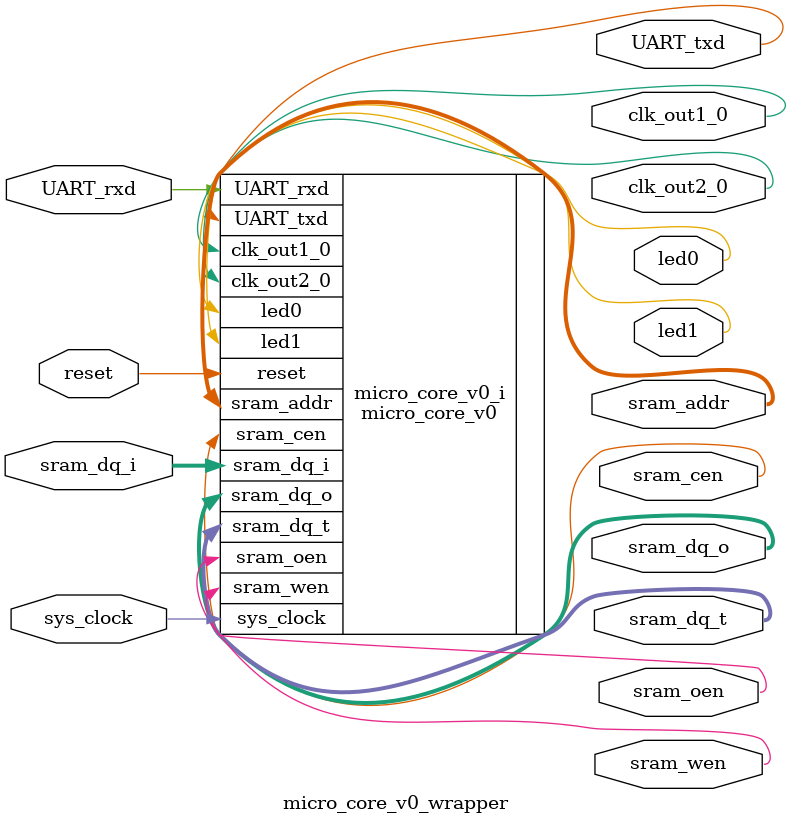
<source format=v>
`timescale 1 ps / 1 ps

module micro_core_v0_wrapper
   (UART_rxd,
    UART_txd,
    clk_out1_0,
    clk_out2_0,
    led0,
    led1,
    reset,
    sram_addr,
    sram_cen,
    sram_dq_i,
    sram_dq_o,
    sram_dq_t,
    sram_oen,
    sram_wen,
    sys_clock);
  input UART_rxd;
  output UART_txd;
  output clk_out1_0;
  output clk_out2_0;
  output led0;
  output led1;
  input reset;
  output [18:0]sram_addr;
  output [0:0]sram_cen;
  input [7:0]sram_dq_i;
  output [7:0]sram_dq_o;
  output [7:0]sram_dq_t;
  output [0:0]sram_oen;
  output sram_wen;
  input sys_clock;

  wire UART_rxd;
  wire UART_txd;
  wire clk_out1_0;
  wire clk_out2_0;
  wire led0;
  wire led1;
  wire reset;
  wire [18:0]sram_addr;
  wire [0:0]sram_cen;
  wire [7:0]sram_dq_i;
  wire [7:0]sram_dq_o;
  wire [7:0]sram_dq_t;
  wire [0:0]sram_oen;
  wire sram_wen;
  wire sys_clock;

  micro_core_v0 micro_core_v0_i
       (.UART_rxd(UART_rxd),
        .UART_txd(UART_txd),
        .clk_out1_0(clk_out1_0),
        .clk_out2_0(clk_out2_0),
        .led0(led0),
        .led1(led1),
        .reset(reset),
        .sram_addr(sram_addr),
        .sram_cen(sram_cen),
        .sram_dq_i(sram_dq_i),
        .sram_dq_o(sram_dq_o),
        .sram_dq_t(sram_dq_t),
        .sram_oen(sram_oen),
        .sram_wen(sram_wen),
        .sys_clock(sys_clock));
endmodule

</source>
